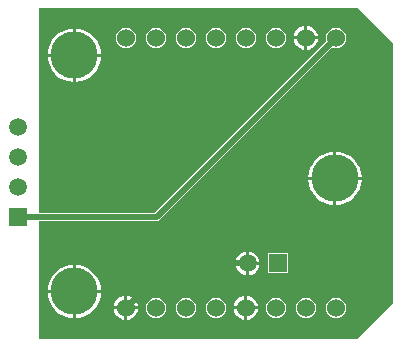
<source format=gbl>
G04*
G04 #@! TF.GenerationSoftware,Altium Limited,Altium Designer,19.1.5 (86)*
G04*
G04 Layer_Physical_Order=2*
G04 Layer_Color=16711680*
%FSLAX25Y25*%
%MOIN*%
G70*
G01*
G75*
%ADD17C,0.02000*%
%ADD18C,0.15748*%
%ADD19C,0.05906*%
%ADD20R,0.05906X0.05906*%
%ADD21R,0.05906X0.05906*%
%ADD22C,0.06000*%
G36*
X137795Y114173D02*
X149606Y102362D01*
Y15748D01*
X137795Y3937D01*
X31496D01*
Y43041D01*
X70736D01*
X70736Y43041D01*
X71283Y43150D01*
X71746Y43459D01*
X129325Y101039D01*
X129612Y100920D01*
X130500Y100803D01*
X131388Y100920D01*
X132215Y101262D01*
X132925Y101807D01*
X133470Y102518D01*
X133812Y103345D01*
X133929Y104232D01*
X133812Y105120D01*
X133470Y105947D01*
X132925Y106657D01*
X132215Y107202D01*
X131388Y107545D01*
X130500Y107662D01*
X129612Y107545D01*
X128785Y107202D01*
X128075Y106657D01*
X127530Y105947D01*
X127188Y105120D01*
X127071Y104232D01*
X127188Y103345D01*
X127306Y103058D01*
X70145Y45896D01*
X31496D01*
Y114173D01*
X137795D01*
Y114173D01*
D02*
G37*
%LPC*%
G36*
X121000Y108201D02*
Y104732D01*
X124469D01*
X124397Y105277D01*
X123994Y106249D01*
X123353Y107085D01*
X122517Y107726D01*
X121544Y108129D01*
X121000Y108201D01*
D02*
G37*
G36*
X120000D02*
X119456Y108129D01*
X118483Y107726D01*
X117647Y107085D01*
X117006Y106249D01*
X116603Y105277D01*
X116531Y104732D01*
X120000D01*
Y108201D01*
D02*
G37*
G36*
X110500Y107662D02*
X109612Y107545D01*
X108785Y107202D01*
X108075Y106657D01*
X107530Y105947D01*
X107187Y105120D01*
X107071Y104232D01*
X107187Y103345D01*
X107530Y102518D01*
X108075Y101807D01*
X108785Y101262D01*
X109612Y100920D01*
X110500Y100803D01*
X111388Y100920D01*
X112215Y101262D01*
X112925Y101807D01*
X113470Y102518D01*
X113812Y103345D01*
X113929Y104232D01*
X113812Y105120D01*
X113470Y105947D01*
X112925Y106657D01*
X112215Y107202D01*
X111388Y107545D01*
X110500Y107662D01*
D02*
G37*
G36*
X100500D02*
X99612Y107545D01*
X98785Y107202D01*
X98075Y106657D01*
X97530Y105947D01*
X97188Y105120D01*
X97071Y104232D01*
X97188Y103345D01*
X97530Y102518D01*
X98075Y101807D01*
X98785Y101262D01*
X99612Y100920D01*
X100500Y100803D01*
X101388Y100920D01*
X102215Y101262D01*
X102925Y101807D01*
X103470Y102518D01*
X103813Y103345D01*
X103929Y104232D01*
X103813Y105120D01*
X103470Y105947D01*
X102925Y106657D01*
X102215Y107202D01*
X101388Y107545D01*
X100500Y107662D01*
D02*
G37*
G36*
X90500D02*
X89612Y107545D01*
X88785Y107202D01*
X88075Y106657D01*
X87530Y105947D01*
X87187Y105120D01*
X87071Y104232D01*
X87187Y103345D01*
X87530Y102518D01*
X88075Y101807D01*
X88785Y101262D01*
X89612Y100920D01*
X90500Y100803D01*
X91388Y100920D01*
X92215Y101262D01*
X92925Y101807D01*
X93470Y102518D01*
X93813Y103345D01*
X93929Y104232D01*
X93813Y105120D01*
X93470Y105947D01*
X92925Y106657D01*
X92215Y107202D01*
X91388Y107545D01*
X90500Y107662D01*
D02*
G37*
G36*
X80500D02*
X79612Y107545D01*
X78785Y107202D01*
X78075Y106657D01*
X77530Y105947D01*
X77188Y105120D01*
X77071Y104232D01*
X77188Y103345D01*
X77530Y102518D01*
X78075Y101807D01*
X78785Y101262D01*
X79612Y100920D01*
X80500Y100803D01*
X81388Y100920D01*
X82215Y101262D01*
X82925Y101807D01*
X83470Y102518D01*
X83812Y103345D01*
X83929Y104232D01*
X83812Y105120D01*
X83470Y105947D01*
X82925Y106657D01*
X82215Y107202D01*
X81388Y107545D01*
X80500Y107662D01*
D02*
G37*
G36*
X70500D02*
X69612Y107545D01*
X68785Y107202D01*
X68075Y106657D01*
X67530Y105947D01*
X67188Y105120D01*
X67071Y104232D01*
X67188Y103345D01*
X67530Y102518D01*
X68075Y101807D01*
X68785Y101262D01*
X69612Y100920D01*
X70500Y100803D01*
X71388Y100920D01*
X72215Y101262D01*
X72925Y101807D01*
X73470Y102518D01*
X73813Y103345D01*
X73929Y104232D01*
X73813Y105120D01*
X73470Y105947D01*
X72925Y106657D01*
X72215Y107202D01*
X71388Y107545D01*
X70500Y107662D01*
D02*
G37*
G36*
X60500D02*
X59612Y107545D01*
X58785Y107202D01*
X58075Y106657D01*
X57530Y105947D01*
X57187Y105120D01*
X57071Y104232D01*
X57187Y103345D01*
X57530Y102518D01*
X58075Y101807D01*
X58785Y101262D01*
X59612Y100920D01*
X60500Y100803D01*
X61388Y100920D01*
X62215Y101262D01*
X62925Y101807D01*
X63470Y102518D01*
X63813Y103345D01*
X63929Y104232D01*
X63813Y105120D01*
X63470Y105947D01*
X62925Y106657D01*
X62215Y107202D01*
X61388Y107545D01*
X60500Y107662D01*
D02*
G37*
G36*
X124469Y103732D02*
X121000D01*
Y100264D01*
X121544Y100335D01*
X122517Y100738D01*
X123353Y101379D01*
X123994Y102215D01*
X124397Y103188D01*
X124469Y103732D01*
D02*
G37*
G36*
X120000D02*
X116531D01*
X116603Y103188D01*
X117006Y102215D01*
X117647Y101379D01*
X118483Y100738D01*
X119456Y100335D01*
X120000Y100264D01*
Y103732D01*
D02*
G37*
G36*
X43807Y107293D02*
Y98925D01*
X52175D01*
X52053Y100165D01*
X51545Y101838D01*
X50721Y103379D01*
X49612Y104730D01*
X48261Y105839D01*
X46720Y106663D01*
X45047Y107171D01*
X43807Y107293D01*
D02*
G37*
G36*
X42807D02*
X41568Y107171D01*
X39895Y106663D01*
X38353Y105839D01*
X37002Y104730D01*
X35893Y103379D01*
X35069Y101838D01*
X34561Y100165D01*
X34439Y98925D01*
X42807D01*
Y107293D01*
D02*
G37*
G36*
X52175Y97925D02*
X43807D01*
Y89557D01*
X45047Y89680D01*
X46720Y90187D01*
X48261Y91011D01*
X49612Y92120D01*
X50721Y93471D01*
X51545Y95013D01*
X52053Y96686D01*
X52175Y97925D01*
D02*
G37*
G36*
X42807D02*
X34439D01*
X34561Y96686D01*
X35069Y95013D01*
X35893Y93471D01*
X37002Y92120D01*
X38353Y91011D01*
X39895Y90187D01*
X41568Y89680D01*
X42807Y89557D01*
Y97925D01*
D02*
G37*
G36*
X130685Y66250D02*
Y57882D01*
X139053D01*
X138931Y59122D01*
X138423Y60794D01*
X137599Y62336D01*
X136490Y63687D01*
X135139Y64796D01*
X133597Y65620D01*
X131925Y66128D01*
X130685Y66250D01*
D02*
G37*
G36*
X129685D02*
X128445Y66128D01*
X126773Y65620D01*
X125231Y64796D01*
X123880Y63687D01*
X122771Y62336D01*
X121947Y60794D01*
X121439Y59122D01*
X121317Y57882D01*
X129685D01*
Y66250D01*
D02*
G37*
G36*
X139053Y56882D02*
X130685D01*
Y48514D01*
X131925Y48636D01*
X133597Y49144D01*
X135139Y49968D01*
X136490Y51077D01*
X137599Y52428D01*
X138423Y53970D01*
X138931Y55642D01*
X139053Y56882D01*
D02*
G37*
G36*
X129685D02*
X121317D01*
X121439Y55642D01*
X121947Y53970D01*
X122771Y52428D01*
X123880Y51077D01*
X125231Y49968D01*
X126773Y49144D01*
X128445Y48636D01*
X129685Y48514D01*
Y56882D01*
D02*
G37*
G36*
X101551Y32956D02*
Y29535D01*
X104972D01*
X104902Y30067D01*
X104504Y31029D01*
X103870Y31855D01*
X103045Y32488D01*
X102083Y32886D01*
X101551Y32956D01*
D02*
G37*
G36*
X100551D02*
X100019Y32886D01*
X99058Y32488D01*
X98232Y31855D01*
X97598Y31029D01*
X97200Y30067D01*
X97130Y29535D01*
X100551D01*
Y32956D01*
D02*
G37*
G36*
X114404Y32388D02*
X107698D01*
Y25683D01*
X114404D01*
Y32388D01*
D02*
G37*
G36*
X104972Y28535D02*
X101551D01*
Y25114D01*
X102083Y25184D01*
X103045Y25583D01*
X103870Y26216D01*
X104504Y27042D01*
X104902Y28004D01*
X104972Y28535D01*
D02*
G37*
G36*
X100551D02*
X97130D01*
X97200Y28004D01*
X97598Y27042D01*
X98232Y26216D01*
X99058Y25583D01*
X100019Y25184D01*
X100551Y25114D01*
Y28535D01*
D02*
G37*
G36*
X43807Y28553D02*
Y20185D01*
X52175D01*
X52053Y21425D01*
X51545Y23097D01*
X50721Y24639D01*
X49612Y25990D01*
X48261Y27099D01*
X46720Y27923D01*
X45047Y28431D01*
X43807Y28553D01*
D02*
G37*
G36*
X42807D02*
X41568Y28431D01*
X39895Y27923D01*
X38353Y27099D01*
X37002Y25990D01*
X35893Y24639D01*
X35069Y23097D01*
X34561Y21425D01*
X34439Y20185D01*
X42807D01*
Y28553D01*
D02*
G37*
G36*
X101000Y18201D02*
Y14732D01*
X104469D01*
X104397Y15277D01*
X103994Y16250D01*
X103353Y17085D01*
X102517Y17726D01*
X101544Y18129D01*
X101000Y18201D01*
D02*
G37*
G36*
X61000D02*
Y14732D01*
X64469D01*
X64397Y15277D01*
X63994Y16250D01*
X63353Y17085D01*
X62517Y17726D01*
X61544Y18129D01*
X61000Y18201D01*
D02*
G37*
G36*
X60000D02*
X59456Y18129D01*
X58483Y17726D01*
X57647Y17085D01*
X57006Y16250D01*
X56603Y15277D01*
X56531Y14732D01*
X60000D01*
Y18201D01*
D02*
G37*
G36*
X100000D02*
X99456Y18129D01*
X98483Y17726D01*
X97647Y17085D01*
X97006Y16250D01*
X96603Y15277D01*
X96531Y14732D01*
X100000D01*
Y18201D01*
D02*
G37*
G36*
X52175Y19185D02*
X43807D01*
Y10817D01*
X45047Y10939D01*
X46720Y11447D01*
X48261Y12271D01*
X49612Y13380D01*
X50721Y14731D01*
X51545Y16273D01*
X52053Y17945D01*
X52175Y19185D01*
D02*
G37*
G36*
X42807D02*
X34439D01*
X34561Y17945D01*
X35069Y16273D01*
X35893Y14731D01*
X37002Y13380D01*
X38353Y12271D01*
X39895Y11447D01*
X41568Y10939D01*
X42807Y10817D01*
Y19185D01*
D02*
G37*
G36*
X130500Y17662D02*
X129612Y17545D01*
X128785Y17202D01*
X128075Y16657D01*
X127530Y15947D01*
X127188Y15120D01*
X127071Y14232D01*
X127188Y13345D01*
X127530Y12518D01*
X128075Y11807D01*
X128785Y11262D01*
X129612Y10920D01*
X130500Y10803D01*
X131388Y10920D01*
X132215Y11262D01*
X132925Y11807D01*
X133470Y12518D01*
X133812Y13345D01*
X133929Y14232D01*
X133812Y15120D01*
X133470Y15947D01*
X132925Y16657D01*
X132215Y17202D01*
X131388Y17545D01*
X130500Y17662D01*
D02*
G37*
G36*
X120500D02*
X119612Y17545D01*
X118785Y17202D01*
X118075Y16657D01*
X117530Y15947D01*
X117188Y15120D01*
X117071Y14232D01*
X117188Y13345D01*
X117530Y12518D01*
X118075Y11807D01*
X118785Y11262D01*
X119612Y10920D01*
X120500Y10803D01*
X121388Y10920D01*
X122215Y11262D01*
X122925Y11807D01*
X123470Y12518D01*
X123812Y13345D01*
X123929Y14232D01*
X123812Y15120D01*
X123470Y15947D01*
X122925Y16657D01*
X122215Y17202D01*
X121388Y17545D01*
X120500Y17662D01*
D02*
G37*
G36*
X110500D02*
X109612Y17545D01*
X108785Y17202D01*
X108075Y16657D01*
X107530Y15947D01*
X107187Y15120D01*
X107071Y14232D01*
X107187Y13345D01*
X107530Y12518D01*
X108075Y11807D01*
X108785Y11262D01*
X109612Y10920D01*
X110500Y10803D01*
X111388Y10920D01*
X112215Y11262D01*
X112925Y11807D01*
X113470Y12518D01*
X113812Y13345D01*
X113929Y14232D01*
X113812Y15120D01*
X113470Y15947D01*
X112925Y16657D01*
X112215Y17202D01*
X111388Y17545D01*
X110500Y17662D01*
D02*
G37*
G36*
X90500D02*
X89612Y17545D01*
X88785Y17202D01*
X88075Y16657D01*
X87530Y15947D01*
X87187Y15120D01*
X87071Y14232D01*
X87187Y13345D01*
X87530Y12518D01*
X88075Y11807D01*
X88785Y11262D01*
X89612Y10920D01*
X90500Y10803D01*
X91388Y10920D01*
X92215Y11262D01*
X92925Y11807D01*
X93470Y12518D01*
X93813Y13345D01*
X93929Y14232D01*
X93813Y15120D01*
X93470Y15947D01*
X92925Y16657D01*
X92215Y17202D01*
X91388Y17545D01*
X90500Y17662D01*
D02*
G37*
G36*
X80500D02*
X79612Y17545D01*
X78785Y17202D01*
X78075Y16657D01*
X77530Y15947D01*
X77188Y15120D01*
X77071Y14232D01*
X77188Y13345D01*
X77530Y12518D01*
X78075Y11807D01*
X78785Y11262D01*
X79612Y10920D01*
X80500Y10803D01*
X81388Y10920D01*
X82215Y11262D01*
X82925Y11807D01*
X83470Y12518D01*
X83812Y13345D01*
X83929Y14232D01*
X83812Y15120D01*
X83470Y15947D01*
X82925Y16657D01*
X82215Y17202D01*
X81388Y17545D01*
X80500Y17662D01*
D02*
G37*
G36*
X70500D02*
X69612Y17545D01*
X68785Y17202D01*
X68075Y16657D01*
X67530Y15947D01*
X67188Y15120D01*
X67071Y14232D01*
X67188Y13345D01*
X67530Y12518D01*
X68075Y11807D01*
X68785Y11262D01*
X69612Y10920D01*
X70500Y10803D01*
X71388Y10920D01*
X72215Y11262D01*
X72925Y11807D01*
X73470Y12518D01*
X73813Y13345D01*
X73929Y14232D01*
X73813Y15120D01*
X73470Y15947D01*
X72925Y16657D01*
X72215Y17202D01*
X71388Y17545D01*
X70500Y17662D01*
D02*
G37*
G36*
X104469Y13732D02*
X101000D01*
Y10264D01*
X101544Y10335D01*
X102517Y10738D01*
X103353Y11379D01*
X103994Y12215D01*
X104397Y13188D01*
X104469Y13732D01*
D02*
G37*
G36*
X64469D02*
X61000D01*
Y10264D01*
X61544Y10335D01*
X62517Y10738D01*
X63353Y11379D01*
X63994Y12215D01*
X64397Y13188D01*
X64469Y13732D01*
D02*
G37*
G36*
X60000D02*
X56531D01*
X56603Y13188D01*
X57006Y12215D01*
X57647Y11379D01*
X58483Y10738D01*
X59456Y10335D01*
X60000Y10264D01*
Y13732D01*
D02*
G37*
G36*
X100000D02*
X96531D01*
X96603Y13188D01*
X97006Y12215D01*
X97647Y11379D01*
X98483Y10738D01*
X99456Y10335D01*
X100000Y10264D01*
Y13732D01*
D02*
G37*
%LPD*%
D17*
X70736Y44469D02*
X130500Y104232D01*
X24673Y44469D02*
X70736D01*
X60500Y14232D02*
X75303Y29035D01*
X101051D01*
D18*
X130185Y57382D02*
D03*
X43307Y98425D02*
D03*
Y19685D02*
D03*
D19*
X101051Y29035D02*
D03*
X24673Y54469D02*
D03*
Y64468D02*
D03*
Y74468D02*
D03*
D20*
X111051Y29035D02*
D03*
D21*
X24673Y44469D02*
D03*
D22*
X130500Y104232D02*
D03*
X120500D02*
D03*
X110500D02*
D03*
X100500D02*
D03*
X90500D02*
D03*
X80500D02*
D03*
X70500D02*
D03*
X60500D02*
D03*
Y14232D02*
D03*
X70500D02*
D03*
X80500D02*
D03*
X90500D02*
D03*
X100500D02*
D03*
X110500D02*
D03*
X120500D02*
D03*
X130500D02*
D03*
M02*

</source>
